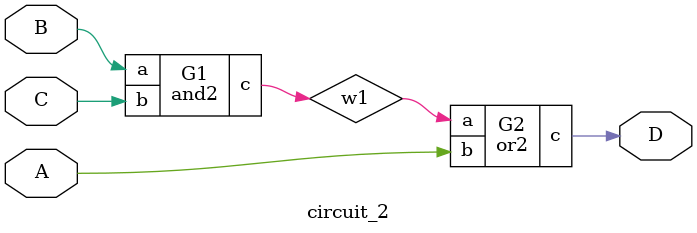
<source format=v>
module and2(a, b, c);
  input a, b;
  output c;
  assign c = a & b;
endmodule

module or2(a, b, c);
  input a, b;
  output c;
  assign c = a | b;
endmodule

module circuit_2(A, B, C, D);
  output D;
  input A, B, C;
  wire w1;
  
  and2 G1(B, C, w1);
  or2 G2(w1, A, D);
endmodule
</source>
